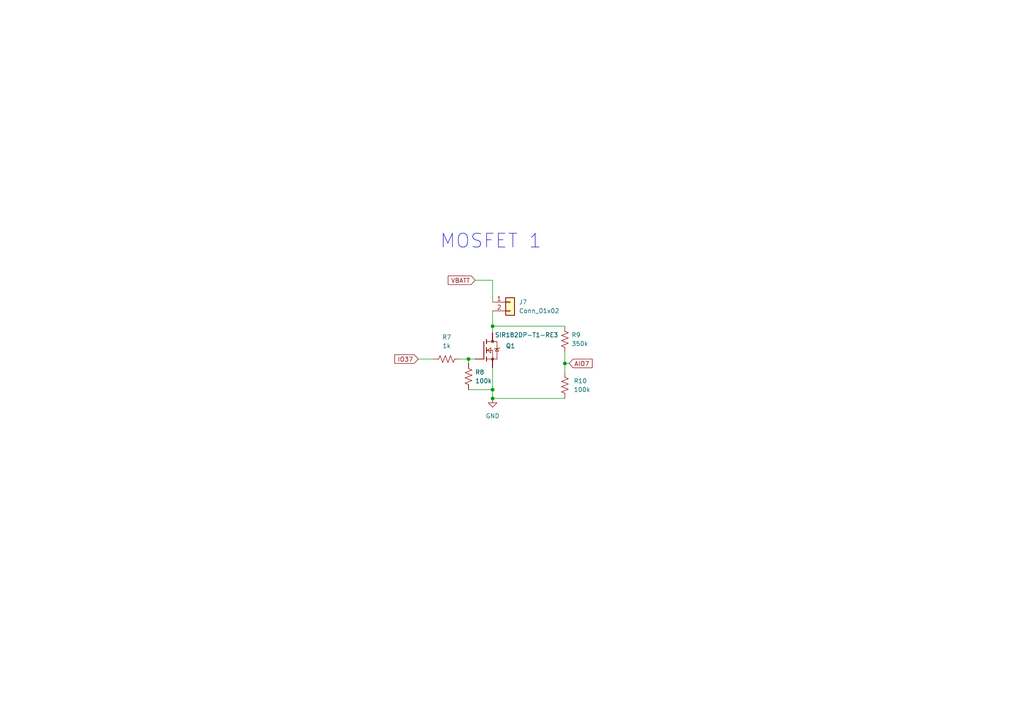
<source format=kicad_sch>
(kicad_sch (version 20211123) (generator eeschema)
  (paper "A4")
  (lib_symbols
    (symbol "Connector_Generic:Conn_01x02" (pin_names (offset 1.016) hide)
      (property "Reference" "J" (at 0 2.54 0))
      (property "Value" "Conn_01x02" (at 0 -5.08 0))
      (symbol "Conn_01x02_1_1"
        (rectangle (start -1.27 -2.413) (end 0 -2.667) (stroke (width 0.1524)))
        (rectangle (start -1.27 0.127) (end 0 -0.127) (stroke (width 0.1524)))
        (rectangle (start -1.27 1.27) (end 1.27 -3.81) (stroke (width 0.254)) (fill (type background)))
        (pin passive line (at -5.08 0 0) (length 3.81) (name "Pin_1") (number "1"))
        (pin passive line (at -5.08 -2.54 0) (length 3.81) (name "Pin_2") (number "2"))
      )
    )
    (symbol "Device:R_US" (pin_numbers hide) (pin_names (offset 0))
      (property "Reference" "R" (at 2.54 0 90))
      (property "Value" "R_US" (at -2.54 0 90))
      (symbol "R_US_0_1"
        (polyline (pts (xy 0 -2.286) (xy 0 -2.54)))
        (polyline (pts (xy 0 2.286) (xy 0 2.54)))
        (polyline (pts (xy 0 -0.762) (xy 1.016 -1.143) (xy 0 -1.524) (xy -1.016 -1.905) (xy 0 -2.286)))
        (polyline (pts (xy 0 0.762) (xy 1.016 0.381) (xy 0 0) (xy -1.016 -0.381) (xy 0 -0.762)))
        (polyline (pts (xy 0 2.286) (xy 1.016 1.905) (xy 0 1.524) (xy -1.016 1.143) (xy 0 0.762)))
      )
      (symbol "R_US_1_1"
        (pin passive line (at 0 3.81 270) (length 1.27) (name "~") (number "1"))
        (pin passive line (at 0 -3.81 90) (length 1.27) (name "~") (number "2"))
      )
    )
    (symbol "SIR182DP-T1-RE3:SIR182DP-T1-RE3" (pin_numbers hide) (pin_names (offset 1.016) hide)
      (property "Reference" "Q" (at -8.89 2.54 0))
      (property "Value" "SIR182DP-T1-RE3" (at 12.7 -3.81 0))
      (symbol "SIR182DP-T1-RE3_0_0"
        (polyline (pts (xy 0 2.54) (xy 0 -2.54)) (stroke (width 0.254)))
        (polyline (pts (xy 0.762 -2.54) (xy 0.762 -3.175)) (stroke (width 0.254)))
        (polyline (pts (xy 0.762 -1.905) (xy 0.762 -2.54)) (stroke (width 0.254)))
        (polyline (pts (xy 0.762 0) (xy 0.762 -0.762)) (stroke (width 0.254)))
        (polyline (pts (xy 0.762 0) (xy 2.54 0)) (stroke (width 0.1524)))
        (polyline (pts (xy 0.762 0.762) (xy 0.762 0)) (stroke (width 0.254)))
        (polyline (pts (xy 0.762 2.54) (xy 0.762 1.905)) (stroke (width 0.254)))
        (polyline (pts (xy 0.762 2.54) (xy 3.81 2.54)) (stroke (width 0.1524)))
        (polyline (pts (xy 0.762 3.175) (xy 0.762 2.54)) (stroke (width 0.254)))
        (polyline (pts (xy 2.54 -2.54) (xy 0.762 -2.54)) (stroke (width 0.1524)))
        (polyline (pts (xy 2.54 -2.54) (xy 3.81 -2.54)) (stroke (width 0.1524)))
        (polyline (pts (xy 2.54 0) (xy 2.54 -2.54)) (stroke (width 0.1524)))
        (polyline (pts (xy 3.302 0.508) (xy 3.048 0.254)) (stroke (width 0.1524)))
        (polyline (pts (xy 3.81 0.508) (xy 3.302 0.508)) (stroke (width 0.1524)))
        (polyline (pts (xy 3.81 0.508) (xy 3.81 -2.54)) (stroke (width 0.1524)))
        (polyline (pts (xy 3.81 2.54) (xy 3.81 0.508)) (stroke (width 0.1524)))
        (polyline (pts (xy 4.318 0.508) (xy 3.81 0.508)) (stroke (width 0.1524)))
        (polyline (pts (xy 4.572 0.762) (xy 4.318 0.508)) (stroke (width 0.1524)))
        (polyline (pts (xy 1.016 0) (xy 2.032 0.762) (xy 2.032 -0.762) (xy 1.016 0)) (stroke (width 0.1524)) (fill (type background)))
        (polyline (pts (xy 3.81 0.508) (xy 3.302 -0.254) (xy 4.318 -0.254) (xy 3.81 0.508)) (stroke (width 0.1524)) (fill (type background)))
        (circle (center 2.54 -2.54) (radius 0.3556))
        (circle (center 2.54 2.54) (radius 0.3556))
        (pin passive line (at 2.54 -5.08 90) (length 2.54) (name "~") (number "1"))
        (pin passive line (at 2.54 -5.08 90) (length 2.54) (name "~") (number "2"))
        (pin passive line (at 2.54 -5.08 90) (length 2.54) (name "~") (number "3"))
        (pin passive line (at -2.54 -2.54 0) (length 2.54) (name "~") (number "4"))
        (pin passive line (at 2.54 5.08 270) (length 2.54) (name "~") (number "5"))
        (pin passive line (at 2.54 5.08 270) (length 2.54) (name "~") (number "6"))
        (pin passive line (at 2.54 5.08 270) (length 2.54) (name "~") (number "7"))
        (pin passive line (at 2.54 5.08 270) (length 2.54) (name "~") (number "8"))
        (pin passive line (at 2.54 5.08 270) (length 2.54) (name "~") (number "9"))
      )
    )
    (symbol "power:GND" (power) (pin_names (offset 0))
      (property "Value" "GND" (at 0 -3.81 0))
      (symbol "GND_0_1"
        (polyline (pts (xy 0 0) (xy 0 -1.27) (xy 1.27 -1.27) (xy 0 -2.54) (xy -1.27 -1.27) (xy 0 -1.27)))
      )
      (symbol "GND_1_1"
        (pin power_in line (at 0 0 270) (length 0) hide (name "GND") (number "1"))
      )
    )
  )
  (junction (at 142.875 94.615))
  (junction (at 135.89 104.14))
  (junction (at 142.875 113.03))
  (junction (at 142.875 115.57))
  (junction (at 163.83 105.41))
  (wire (pts (xy 163.83 105.41) (xy 163.83 107.95)))
  (wire (pts (xy 142.875 94.615) (xy 163.83 94.615)))
  (wire (pts (xy 163.83 102.235) (xy 163.83 105.41)))
  (wire (pts (xy 135.89 104.14) (xy 137.795 104.14)))
  (wire (pts (xy 142.875 90.17) (xy 142.875 94.615)))
  (wire (pts (xy 142.875 94.615) (xy 142.875 96.52)))
  (wire (pts (xy 142.875 113.03) (xy 142.875 115.57)))
  (wire (pts (xy 135.89 104.14) (xy 135.89 105.41)))
  (wire (pts (xy 163.83 105.41) (xy 165.1 105.41)))
  (wire (pts (xy 163.83 115.57) (xy 142.875 115.57)))
  (wire (pts (xy 137.795 81.28) (xy 142.875 81.28)))
  (wire (pts (xy 133.35 104.14) (xy 135.89 104.14)))
  (wire (pts (xy 121.285 104.14) (xy 125.73 104.14)))
  (wire (pts (xy 142.875 81.28) (xy 142.875 87.63)))
  (wire (pts (xy 135.89 113.03) (xy 142.875 113.03)))
  (wire (pts (xy 142.875 106.68) (xy 142.875 113.03)))
  (text " MOSFET 1\n" (at 124.46 72.39 0) (effects (font (size 4 4)) (justify left bottom)))
  (global_label "AIO7" (shape input) (at 165.1 105.41 0) (property "Intersheet References" "${INTERSHEET_REFS}" (effects hide)))
  (global_label "IO37" (shape input) (at 121.285 104.14 180) (property "Intersheet References" "${INTERSHEET_REFS}" (effects hide)))
  (global_label "VBATT" (shape input) (at 137.795 81.28 180) (property "Intersheet References" "${INTERSHEET_REFS}" (effects hide)))
  (symbol (lib_id "SIR182DP-T1-RE3:SIR182DP-T1-RE3") (at 140.335 101.6 0) (unit 1)
    (property "Reference" "Q1" (at 146.685 100.3299 0) (effects (justify left)))
    (property "Value" "SIR182DP-T1-RE3" (at 143.51 97.155 0) (effects (justify left)))
    (property "Footprint" "Global Footprints:TRANS_SIR182DP-T1-RE3" (effects hide))
    (property "PARTREV" "B" (effects hide))
    (property "MF" "Vishay" (effects hide))
    (property "STANDARD" "Manufacturer Recommendations" (effects hide))
  )
  (symbol (lib_id "Device:R_US") (at 163.83 98.425 180) (unit 1)
    (property "Reference" "R9" (at 165.735 97.1549 0) (effects (justify right)))
    (property "Value" "350k" (at 165.735 99.6949 0) (effects (justify right)))
    (property "Footprint" "Resistor_SMD:R_0603_1608Metric" (effects hide))
  )
  (symbol (lib_id "Device:R_US") (at 135.89 109.22 180) (unit 1)
    (property "Reference" "R8" (at 137.795 107.9499 0) (effects (justify right)))
    (property "Value" "100k" (at 137.795 110.4899 0) (effects (justify right)))
    (property "Footprint" "Resistor_SMD:R_0603_1608Metric" (effects hide))
  )
  (symbol (lib_id "Device:R_US") (at 163.83 111.76 0) (unit 1)
    (property "Reference" "R10" (at 166.37 110.4899 0) (effects (justify left)))
    (property "Value" "100k" (at 166.37 113.0299 0) (effects (justify left)))
    (property "Footprint" "Resistor_SMD:R_0603_1608Metric" (effects hide))
  )
  (symbol (lib_id "Connector_Generic:Conn_01x02") (at 147.955 87.63 0) (unit 1)
    (property "Reference" "J7" (at 150.495 87.6299 0) (effects (justify left)))
    (property "Value" "Conn_01x02" (at 150.495 90.1699 0) (effects (justify left)))
    (property "Footprint" "Global Footprints:OSTT7020150" (effects hide))
  )
  (symbol (lib_id "Device:R_US") (at 129.54 104.14 270) (unit 1)
    (property "Reference" "R7" (at 129.54 97.79 90))
    (property "Value" "1k" (at 129.54 100.33 90))
    (property "Footprint" "Resistor_SMD:R_0603_1608Metric" (effects hide))
  )
  (symbol (lib_id "power:GND") (at 142.875 115.57 0) (unit 1)
    (property "Reference" "#PWR013" (effects hide))
    (property "Value" "GND" (at 142.875 120.65 0))
  )
)
</source>
